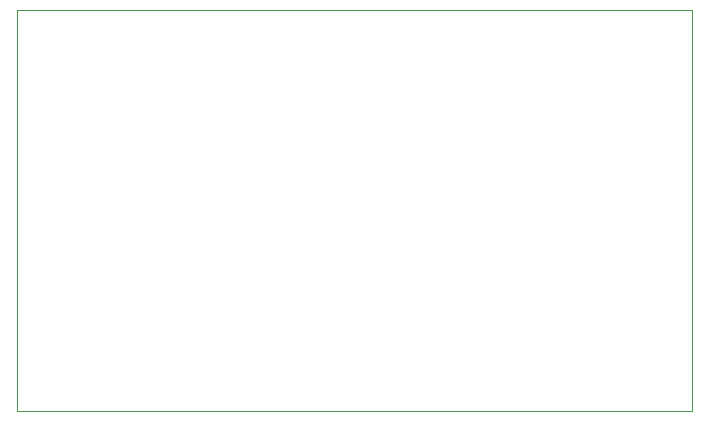
<source format=gbr>
G04 EAGLE Gerber X2 export*
G04 #@! %TF.Part,Single*
G04 #@! %TF.FileFunction,Profile,NP*
G04 #@! %TF.FilePolarity,Positive*
G04 #@! %TF.GenerationSoftware,Autodesk,EAGLE,9.0.0*
G04 #@! %TF.CreationDate,2019-08-08T19:11:55Z*
G75*
%MOMM*%
%FSLAX34Y34*%
%LPD*%
%AMOC8*
5,1,8,0,0,1.08239X$1,22.5*%
G01*
%ADD10C,0.000000*%


D10*
X25400Y0D02*
X596700Y0D01*
X596700Y339600D01*
X25400Y339600D01*
X25400Y0D01*
M02*

</source>
